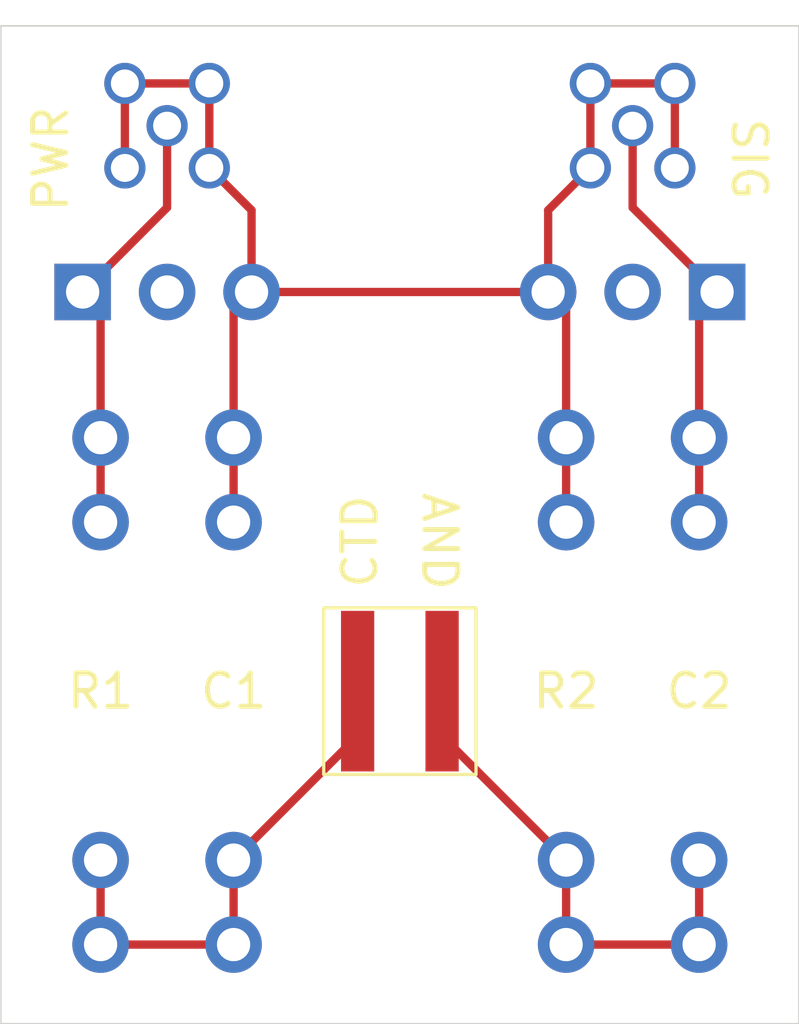
<source format=kicad_pcb>
(kicad_pcb (version 20240108) (generator "pcbnew") (generator_version "8.0")
  (layers (0 "F.Cu" signal) (31 "B.Cu" signal) (34 "B.Paste" user) (35 "F.Paste" user) (36 "B.SilkS" user "B.Silkscreen") (37 "F.SilkS" user "F.Silkscreen") (38 "B.Mask" user) (39 "F.Mask" user) (44 "Edge.Cuts" user))
  (net 0 "")
  (net 1 "GND")
  (net 2 "Net-(C1-+)")
  (net 3 "Net-(C2-+)")
  (net 4 "SIG")
  (net 5 "HV+")
  (footprint "Connector_Coaxial:MMCX_Molex_73415-1471_Vertical" (layer "F.Cu") (at 143 83)
    (property "Reference" "J-PWR-2" (hide yes))
    (property "Value" "Conn_01x02_Pin" (hide yes))
    (pad "1" thru_hole circle (at 0 0) (size 1.24 1.24) (drill 0.84) (layers "*.Cu" "*.Mask") (net 5 "HV+"))
    (pad "2" thru_hole circle (at -1.27 -1.27) (size 1.24 1.24) (drill 0.84) (layers "*.Cu" "*.Mask") (net 1 "GND"))
    (pad "2" thru_hole circle (at -1.27 1.27) (size 1.24 1.24) (drill 0.84) (layers "*.Cu" "*.Mask") (net 1 "GND"))
    (pad "2" thru_hole circle (at 1.27 -1.27) (size 1.24 1.24) (drill 0.84) (layers "*.Cu" "*.Mask") (net 1 "GND"))
    (pad "2" thru_hole circle (at 1.27 1.27) (size 1.24 1.24) (drill 0.84) (layers "*.Cu" "*.Mask") (net 1 "GND"))
  )
  (footprint "Connector_PinHeader_2.54mm:PinHeader_1x03_P2.54mm_Vertical" (layer "F.Cu") (at 159.54 88 -90)
    (property "Reference" "J-SIG1" (hide yes))
    (property "Value" "Conn_01x03_Pin" (hide yes))
    (pad "1" thru_hole rect (at 0 0 270) (size 1.7 1.7) (drill 1) (layers "*.Cu" "*.Mask") (net 4 "SIG"))
    (pad "2" thru_hole oval (at 0 2.54 270) (size 1.7 1.7) (drill 1) (layers "*.Cu" "*.Mask"))
    (pad "3" thru_hole oval (at 0 5.08 270) (size 1.7 1.7) (drill 1) (layers "*.Cu" "*.Mask") (net 1 "GND"))
  )
  (footprint "Custom_ThroughHole:PinHeader_1x04_P2.54mm_Vertical_Spaced" (layer "F.Cu") (at 145 100 180)
    (property "Reference" "C1" (at 0 0 180) (layer "F.SilkS"))
    (property "Value" "C" (hide yes))
    (pad "1" thru_hole circle (at 0 -7.62 180) (size 1.7 1.7) (drill 1) (layers "*.Cu" "*.Mask") (net 2 "Net-(C1-+)"))
    (pad "1" thru_hole oval (at 0 -5.08 180) (size 1.7 1.7) (drill 1) (layers "*.Cu" "*.Mask") (net 2 "Net-(C1-+)"))
    (pad "2" thru_hole oval (at 0 5.08 180) (size 1.7 1.7) (drill 1) (layers "*.Cu" "*.Mask") (net 1 "GND"))
    (pad "2" thru_hole oval (at 0 7.62 180) (size 1.7 1.7) (drill 1) (layers "*.Cu" "*.Mask") (net 1 "GND"))
  )
  (footprint "Custom_ThroughHole:PinHeader_1x04_P2.54mm_Vertical_Spaced" (layer "F.Cu") (at 141 100)
    (property "Reference" "R1" (at 0 0 180) (layer "F.SilkS"))
    (property "Value" "R" (hide yes))
    (pad "1" thru_hole circle (at 0 -7.62) (size 1.7 1.7) (drill 1) (layers "*.Cu" "*.Mask") (net 5 "HV+"))
    (pad "1" thru_hole oval (at 0 -5.08) (size 1.7 1.7) (drill 1) (layers "*.Cu" "*.Mask") (net 5 "HV+"))
    (pad "2" thru_hole oval (at 0 5.08) (size 1.7 1.7) (drill 1) (layers "*.Cu" "*.Mask") (net 2 "Net-(C1-+)"))
    (pad "2" thru_hole oval (at 0 7.62) (size 1.7 1.7) (drill 1) (layers "*.Cu" "*.Mask") (net 2 "Net-(C1-+)"))
  )
  (footprint "Connector_PinHeader_2.54mm:PinHeader_1x03_P2.54mm_Vertical" (layer "F.Cu") (at 140.46 88 90)
    (property "Reference" "J-PWR1" (hide yes))
    (property "Value" "Conn_01x03_Pin" (hide yes))
    (pad "1" thru_hole rect (at 0 0 90) (size 1.7 1.7) (drill 1) (layers "*.Cu" "*.Mask") (net 5 "HV+"))
    (pad "2" thru_hole oval (at 0 2.54 90) (size 1.7 1.7) (drill 1) (layers "*.Cu" "*.Mask"))
    (pad "3" thru_hole oval (at 0 5.08 90) (size 1.7 1.7) (drill 1) (layers "*.Cu" "*.Mask") (net 1 "GND"))
  )
  (footprint "Custom_ThroughHole:PinHeader_1x04_P2.54mm_Vertical_Spaced" (layer "F.Cu") (at 155 100 180)
    (property "Reference" "R2" (at 0 0 0) (layer "F.SilkS"))
    (property "Value" "R" (hide yes))
    (pad "1" thru_hole circle (at 0 -7.62 180) (size 1.7 1.7) (drill 1) (layers "*.Cu" "*.Mask") (net 3 "Net-(C2-+)"))
    (pad "1" thru_hole oval (at 0 -5.08 180) (size 1.7 1.7) (drill 1) (layers "*.Cu" "*.Mask") (net 3 "Net-(C2-+)"))
    (pad "2" thru_hole oval (at 0 5.08 180) (size 1.7 1.7) (drill 1) (layers "*.Cu" "*.Mask") (net 1 "GND"))
    (pad "2" thru_hole oval (at 0 7.62 180) (size 1.7 1.7) (drill 1) (layers "*.Cu" "*.Mask") (net 1 "GND"))
  )
  (footprint "Connector_Coaxial:MMCX_Molex_73415-1471_Vertical" (layer "F.Cu") (at 157 83)
    (property "Reference" "J-SIG-2" (hide yes))
    (property "Value" "Conn_01x02_Pin" (hide yes))
    (pad "1" thru_hole circle (at 0 0) (size 1.24 1.24) (drill 0.84) (layers "*.Cu" "*.Mask") (net 4 "SIG"))
    (pad "2" thru_hole circle (at -1.27 -1.27) (size 1.24 1.24) (drill 0.84) (layers "*.Cu" "*.Mask") (net 1 "GND"))
    (pad "2" thru_hole circle (at -1.27 1.27) (size 1.24 1.24) (drill 0.84) (layers "*.Cu" "*.Mask") (net 1 "GND"))
    (pad "2" thru_hole circle (at 1.27 -1.27) (size 1.24 1.24) (drill 0.84) (layers "*.Cu" "*.Mask") (net 1 "GND"))
    (pad "2" thru_hole circle (at 1.27 1.27) (size 1.24 1.24) (drill 0.84) (layers "*.Cu" "*.Mask") (net 1 "GND"))
  )
  (footprint "SiPM-FBK:ASD-RGB4S-P-40" (layer "F.Cu") (at 150 100)
    (property "Reference" "D1" (hide yes))
    (property "Value" "~")
    (fp_rect (start -2.29 -2.505) (end 2.29 2.505) (stroke (width 0.1)) (fill none) (layer "F.SilkS"))
    (pad "1" smd rect (at -1.27 0) (size 1 4.83) (layers "F.Cu" "F.Paste" "F.Mask") (net 2 "Net-(C1-+)"))
    (pad "2" smd rect (at 1.27 0) (size 1 4.83) (layers "F.Cu" "F.Paste" "F.Mask") (net 3 "Net-(C2-+)"))
  )
  (footprint "Custom_ThroughHole:PinHeader_1x04_P2.54mm_Vertical_Spaced" (layer "F.Cu") (at 159 100 180)
    (property "Reference" "C2" (at 0 0 0) (layer "F.SilkS"))
    (property "Value" "C" (hide yes))
    (pad "1" thru_hole circle (at 0 -7.62 180) (size 1.7 1.7) (drill 1) (layers "*.Cu" "*.Mask") (net 3 "Net-(C2-+)"))
    (pad "1" thru_hole oval (at 0 -5.08 180) (size 1.7 1.7) (drill 1) (layers "*.Cu" "*.Mask") (net 3 "Net-(C2-+)"))
    (pad "2" thru_hole oval (at 0 5.08 180) (size 1.7 1.7) (drill 1) (layers "*.Cu" "*.Mask") (net 4 "SIG"))
    (pad "2" thru_hole oval (at 0 7.62 180) (size 1.7 1.7) (drill 1) (layers "*.Cu" "*.Mask") (net 4 "SIG"))
  )
  (gr_rect (start 138 80) (end 162 110) (stroke (width 0.05)) (fill none) (layer "Edge.Cuts"))
  (gr_text "CTD" (at 148.8 95.5 90) (layer "F.SilkS") (effects (font (size 1 1))))
  (gr_text "PWR" (at 139.5 84 90) (layer "F.SilkS") (effects (font (size 1 1))))
  (gr_text "AND" (at 151.2 95.5 -90) (layer "F.SilkS") (effects (font (size 1 1))))
  (gr_text "SIG" (at 160.5 84 270) (layer "F.SilkS") (effects (font (size 1 1))))
  (segment (start 155.73 81.73) (end 155.73 84.27) (width 0.25) (layer "F.Cu") (net 1))
  (segment (start 145.54 85.54) (end 145.54 88) (width 0.25) (layer "F.Cu") (net 1))
  (segment (start 145 92.38) (end 145 88.54) (width 0.25) (layer "F.Cu") (net 1))
  (segment (start 155.73 84.27) (end 154.46 85.54) (width 0.25) (layer "F.Cu") (net 1))
  (segment (start 145 88.54) (end 145.54 88) (width 0.25) (layer "F.Cu") (net 1))
  (segment (start 144.27 81.73) (end 141.73 81.73) (width 0.25) (layer "F.Cu") (net 1))
  (segment (start 158.27 84.27) (end 158.27 81.73) (width 0.25) (layer "F.Cu") (net 1))
  (segment (start 155 94.92) (end 155 92.38) (width 0.25) (layer "F.Cu") (net 1))
  (segment (start 144.27 84.27) (end 144.27 81.73) (width 0.25) (layer "F.Cu") (net 1))
  (segment (start 144.27 84.27) (end 145.54 85.54) (width 0.25) (layer "F.Cu") (net 1))
  (segment (start 145.54 88) (end 154.46 88) (width 0.25) (layer "F.Cu") (net 1))
  (segment (start 141.73 81.73) (end 141.73 84.27) (width 0.25) (layer "F.Cu") (net 1))
  (segment (start 155.73 81.73) (end 158.27 81.73) (width 0.25) (layer "F.Cu") (net 1))
  (segment (start 145 94.92) (end 145 92.38) (width 0.25) (layer "F.Cu") (net 1))
  (segment (start 155 92.38) (end 155 88.54) (width 0.25) (layer "F.Cu") (net 1))
  (segment (start 155 88.54) (end 154.46 88) (width 0.25) (layer "F.Cu") (net 1))
  (segment (start 154.46 85.54) (end 154.46 88) (width 0.25) (layer "F.Cu") (net 1))
  (segment (start 148.73 101.35) (end 148.73 100) (width 0.25) (layer "F.Cu") (net 2))
  (segment (start 141 107.62) (end 145 107.62) (width 0.25) (layer "F.Cu") (net 2))
  (segment (start 145 107.62) (end 145 105.08) (width 0.25) (layer "F.Cu") (net 2))
  (segment (start 141 107.62) (end 141 105.08) (width 0.25) (layer "F.Cu") (net 2))
  (segment (start 145 105.08) (end 148.73 101.35) (width 0.25) (layer "F.Cu") (net 2))
  (segment (start 155 107.62) (end 159 107.62) (width 0.25) (layer "F.Cu") (net 3))
  (segment (start 159 105.08) (end 159 107.62) (width 0.25) (layer "F.Cu") (net 3))
  (segment (start 151.27 101.35) (end 151.27 100) (width 0.25) (layer "F.Cu") (net 3))
  (segment (start 155 105.08) (end 151.27 101.35) (width 0.25) (layer "F.Cu") (net 3))
  (segment (start 155 105.08) (end 155 107.62) (width 0.25) (layer "F.Cu") (net 3))
  (segment (start 157 85.46) (end 159.54 88) (width 0.25) (layer "F.Cu") (net 4))
  (segment (start 159 88.54) (end 159.54 88) (width 0.25) (layer "F.Cu") (net 4))
  (segment (start 159 92.38) (end 159 88.54) (width 0.25) (layer "F.Cu") (net 4))
  (segment (start 159 94.92) (end 159 92.38) (width 0.25) (layer "F.Cu") (net 4))
  (segment (start 157 83) (end 157 85.46) (width 0.25) (layer "F.Cu") (net 4))
  (segment (start 141 88.54) (end 140.46 88) (width 0.25) (layer "F.Cu") (net 5))
  (segment (start 141 92.38) (end 141 88.54) (width 0.25) (layer "F.Cu") (net 5))
  (segment (start 143 85.46) (end 140.46 88) (width 0.25) (layer "F.Cu") (net 5))
  (segment (start 143 83) (end 143 85.46) (width 0.25) (layer "F.Cu") (net 5))
  (segment (start 141 94.92) (end 141 92.38) (width 0.25) (layer "F.Cu") (net 5))
)
</source>
